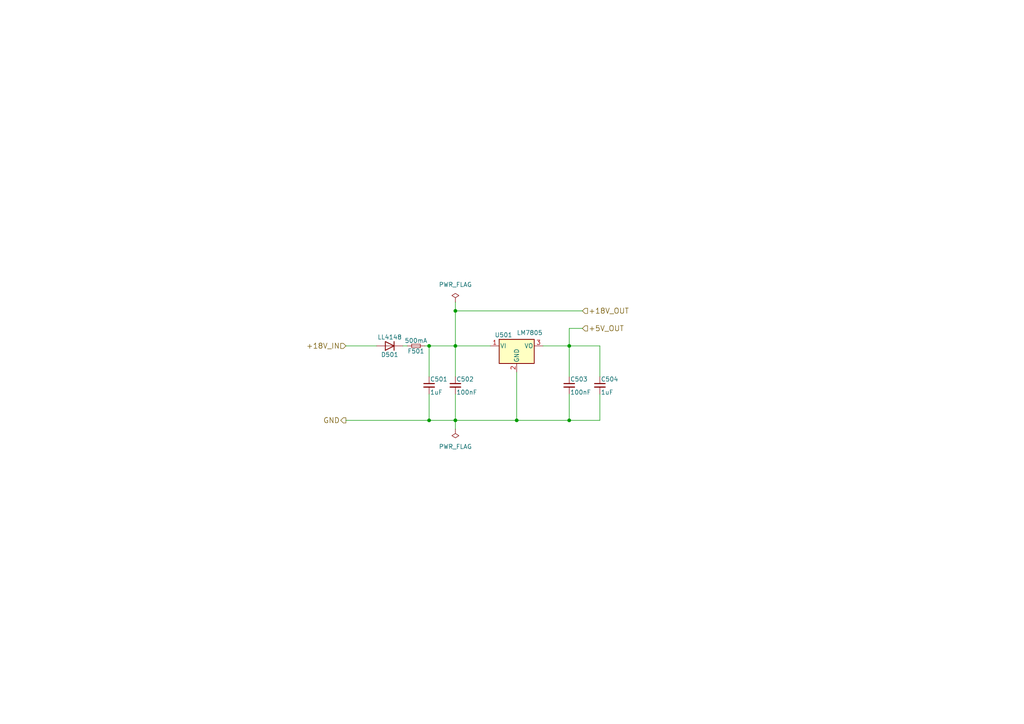
<source format=kicad_sch>
(kicad_sch (version 20211123) (generator eeschema)
  (paper "A4")
  (lib_symbols
    (symbol "Device:C_Small" (pin_numbers hide) (pin_names (offset 0.254) hide)
      (property "Reference" "C" (at 0.254 1.778 0))
      (property "Value" "C_Small" (at 0.254 -2.032 0))
      (symbol "C_Small_0_1"
        (polyline (pts (xy -1.524 -0.508) (xy 1.524 -0.508)) (stroke (width 0.3302)))
        (polyline (pts (xy -1.524 0.508) (xy 1.524 0.508)) (stroke (width 0.3048)))
      )
      (symbol "C_Small_1_1"
        (pin passive line (at 0 2.54 270) (length 2.032) (name "~") (number "1"))
        (pin passive line (at 0 -2.54 90) (length 2.032) (name "~") (number "2"))
      )
    )
    (symbol "Device:Fuse_Small" (pin_numbers hide) (pin_names (offset 0.254) hide)
      (property "Reference" "F" (at 0 -1.524 0))
      (property "Value" "Fuse_Small" (at 0 1.524 0))
      (symbol "Fuse_Small_0_1"
        (rectangle (start -1.27 0.508) (end 1.27 -0.508))
        (polyline (pts (xy -1.27 0) (xy 1.27 0)))
      )
      (symbol "Fuse_Small_1_1"
        (pin passive line (at -2.54 0 0) (length 1.27) (name "~") (number "1"))
        (pin passive line (at 2.54 0 180) (length 1.27) (name "~") (number "2"))
      )
    )
    (symbol "Diode:LL4148" (pin_numbers hide) (pin_names (offset 1.016) hide)
      (property "Reference" "D" (at 0 2.54 0))
      (property "Value" "LL4148" (at 0 -2.54 0))
      (symbol "LL4148_0_1"
        (polyline (pts (xy -1.27 1.27) (xy -1.27 -1.27)) (stroke (width 0.254)))
        (polyline (pts (xy 1.27 0) (xy -1.27 0)))
        (polyline (pts (xy 1.27 1.27) (xy 1.27 -1.27) (xy -1.27 0) (xy 1.27 1.27)) (stroke (width 0.254)))
      )
      (symbol "LL4148_1_1"
        (pin passive line (at -3.81 0 0) (length 2.54) (name "K") (number "1"))
        (pin passive line (at 3.81 0 180) (length 2.54) (name "A") (number "2"))
      )
    )
    (symbol "Regulator_Linear:LM7805_TO220" (pin_names (offset 0.254))
      (property "Reference" "U" (at -3.81 3.175 0))
      (property "Value" "LM7805_TO220" (at 0 3.175 0))
      (symbol "LM7805_TO220_0_1"
        (rectangle (start -5.08 1.905) (end 5.08 -5.08) (stroke (width 0.254)) (fill (type background)))
      )
      (symbol "LM7805_TO220_1_1"
        (pin power_in line (at -7.62 0 0) (length 2.54) (name "VI") (number "1"))
        (pin power_in line (at 0 -7.62 90) (length 2.54) (name "GND") (number "2"))
        (pin power_out line (at 7.62 0 180) (length 2.54) (name "VO") (number "3"))
      )
    )
    (symbol "power:PWR_FLAG" (power) (pin_numbers hide) (pin_names (offset 0) hide)
      (property "Value" "PWR_FLAG" (at 0 3.81 0))
      (symbol "PWR_FLAG_0_0"
        (pin power_out line (at 0 0 90) (length 0) (name "pwr") (number "1"))
      )
      (symbol "PWR_FLAG_0_1"
        (polyline (pts (xy 0 0) (xy 0 1.27) (xy -1.016 1.905) (xy 0 2.54) (xy 1.016 1.905) (xy 0 1.27)))
      )
    )
  )
  (junction (at 149.86 121.92))
  (junction (at 165.1 100.33))
  (junction (at 132.08 100.33))
  (junction (at 124.46 121.92))
  (junction (at 132.08 90.17))
  (junction (at 165.1 121.92))
  (junction (at 132.08 121.92))
  (junction (at 124.46 100.33))
  (wire (pts (xy 173.99 121.92) (xy 173.99 114.3)))
  (wire (pts (xy 132.08 100.33) (xy 142.24 100.33)))
  (wire (pts (xy 132.08 121.92) (xy 149.86 121.92)))
  (wire (pts (xy 132.08 121.92) (xy 132.08 124.46)))
  (wire (pts (xy 168.91 95.25) (xy 165.1 95.25)))
  (wire (pts (xy 124.46 100.33) (xy 124.46 109.22)))
  (wire (pts (xy 173.99 100.33) (xy 173.99 109.22)))
  (wire (pts (xy 132.08 87.63) (xy 132.08 90.17)))
  (wire (pts (xy 124.46 121.92) (xy 132.08 121.92)))
  (wire (pts (xy 132.08 90.17) (xy 132.08 100.33)))
  (wire (pts (xy 132.08 114.3) (xy 132.08 121.92)))
  (wire (pts (xy 124.46 100.33) (xy 132.08 100.33)))
  (wire (pts (xy 149.86 121.92) (xy 165.1 121.92)))
  (wire (pts (xy 165.1 100.33) (xy 165.1 109.22)))
  (wire (pts (xy 116.84 100.33) (xy 118.11 100.33)))
  (wire (pts (xy 123.19 100.33) (xy 124.46 100.33)))
  (wire (pts (xy 165.1 121.92) (xy 165.1 114.3)))
  (wire (pts (xy 132.08 90.17) (xy 168.91 90.17)))
  (wire (pts (xy 100.33 121.92) (xy 124.46 121.92)))
  (wire (pts (xy 109.22 100.33) (xy 100.33 100.33)))
  (wire (pts (xy 165.1 121.92) (xy 173.99 121.92)))
  (wire (pts (xy 124.46 121.92) (xy 124.46 114.3)))
  (wire (pts (xy 165.1 100.33) (xy 173.99 100.33)))
  (wire (pts (xy 132.08 100.33) (xy 132.08 109.22)))
  (wire (pts (xy 165.1 95.25) (xy 165.1 100.33)))
  (wire (pts (xy 157.48 100.33) (xy 165.1 100.33)))
  (wire (pts (xy 149.86 121.92) (xy 149.86 107.95)))
  (hierarchical_label "GND" (shape output) (at 100.33 121.92 180) (effects (font (size 1.524 1.524))))
  (hierarchical_label "+18V_IN" (shape input) (at 100.33 100.33 180) (effects (font (size 1.524 1.524))))
  (hierarchical_label "+5V_OUT" (shape input) (at 168.91 95.25 0) (effects (font (size 1.524 1.524))))
  (hierarchical_label "+18V_OUT" (shape input) (at 168.91 90.17 0) (effects (font (size 1.524 1.524))))
  (symbol (lib_id "Regulator_Linear:LM7805_TO220") (at 149.86 100.33 0) (unit 1)
    (property "Reference" "U501" (at 146.05 97.155 0))
    (property "Value" "LM7805" (at 149.86 96.52 0) (effects (justify left)))
    (property "Footprint" "KicadZeniteSolarLibrary18:TO-220-3_Horizontal_TabDown_SMD" (effects hide))
    (property "Datasheet" "https://www.sparkfun.com/datasheets/Components/LM7805.pdf" (effects hide))
  )
  (symbol (lib_id "Device:C_Small") (at 124.46 111.76 0) (unit 1)
    (property "Reference" "C501" (at 124.714 109.982 0) (effects (justify left)))
    (property "Value" "1uF" (at 124.714 113.792 0) (effects (justify left)))
    (property "Footprint" "Capacitor_Tantalum_SMD:CP_EIA-6032-20_AVX-F_Pad2.25x2.35mm_HandSolder" (effects hide))
  )
  (symbol (lib_id "Device:C_Small") (at 132.08 111.76 0) (unit 1)
    (property "Reference" "C502" (at 132.334 109.982 0) (effects (justify left)))
    (property "Value" "100nF" (at 132.334 113.792 0) (effects (justify left)))
    (property "Footprint" "Capacitor_SMD:C_0805_2012Metric_Pad1.15x1.40mm_HandSolder" (effects hide))
  )
  (symbol (lib_id "Diode:LL4148") (at 113.03 100.33 180) (unit 1)
    (property "Reference" "D501" (at 113.03 102.87 0))
    (property "Value" "LL4148" (at 113.03 97.79 0))
    (property "Footprint" "Diode_SMD:D_MiniMELF_Handsoldering" (effects hide))
    (property "Datasheet" "https://www.vishay.com/docs/85557/ll4148.pdf" (effects hide))
  )
  (symbol (lib_id "Device:C_Small") (at 165.1 111.76 0) (unit 1)
    (property "Reference" "C503" (at 165.354 109.982 0) (effects (justify left)))
    (property "Value" "100nF" (at 165.354 113.792 0) (effects (justify left)))
    (property "Footprint" "Capacitor_SMD:C_0805_2012Metric_Pad1.15x1.40mm_HandSolder" (effects hide))
  )
  (symbol (lib_id "Device:C_Small") (at 173.99 111.76 0) (unit 1)
    (property "Reference" "C504" (at 174.244 109.982 0) (effects (justify left)))
    (property "Value" "1uF" (at 174.244 113.792 0) (effects (justify left)))
    (property "Footprint" "Capacitor_Tantalum_SMD:CP_EIA-6032-20_AVX-F_Pad2.25x2.35mm_HandSolder" (effects hide))
  )
  (symbol (lib_id "Device:Fuse_Small") (at 120.65 100.33 0) (unit 1)
    (property "Reference" "F501" (at 120.65 101.854 0))
    (property "Value" "500mA" (at 120.65 98.806 0))
    (property "Footprint" "Fuse:Fuse_1206_3216Metric_Pad1.42x1.75mm_HandSolder" (effects hide))
    (property "Datasheet" "https://www.mouser.com/datasheet/2/643/0ZCJ_Nov2016-1132002.pdf" (effects hide))
  )
  (symbol (lib_id "power:PWR_FLAG") (at 132.08 87.63 0) (unit 1)
    (property "Reference" "#FLG0501" (effects hide))
    (property "Value" "PWR_FLAG" (at 132.08 82.55 0))
  )
  (symbol (lib_id "power:PWR_FLAG") (at 132.08 124.46 180) (unit 1)
    (property "Reference" "#FLG0502" (effects hide))
    (property "Value" "PWR_FLAG" (at 132.08 129.54 0))
  )
)
</source>
